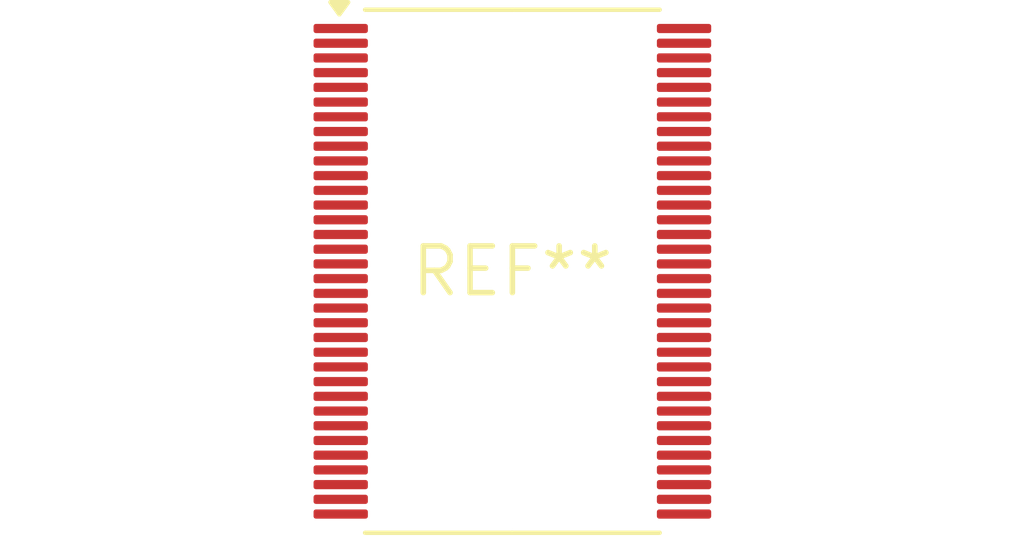
<source format=kicad_pcb>
(kicad_pcb (version 20240108) (generator pcbnew)
  (layers (0 "F.Cu" signal) (31 "B.Cu" signal) (34 "B.Paste" user) (35 "F.Paste" user) (36 "B.SilkS" user "B.Silkscreen") (37 "F.SilkS" user "F.Silkscreen") (38 "B.Mask" user) (39 "F.Mask" user) (44 "Edge.Cuts" user))
  (net 0 "")
  (footprint "TSSOP-68_8x14mm_P0.4mm" (layer "F.Cu") (at 0 0)
    (property "Reference" "REF**")
    (property "Value" "TSSOP-68_8x14mm_P0.4mm")
    (fp_line (start 0 -7.11) (end -4 -7.11) (layer "F.SilkS") (stroke (width 0.12)))
    (fp_line (start 0 -7.11) (end 4 -7.11) (layer "F.SilkS") (stroke (width 0.12)))
    (fp_line (start 0 7.11) (end -4 7.11) (layer "F.SilkS") (stroke (width 0.12)))
    (fp_line (start 0 7.11) (end 4 7.11) (layer "F.SilkS") (stroke (width 0.12)))
    (fp_poly (pts (xy -4.7 -6.985) (xy -4.94 -7.315) (xy -4.46 -7.315) (xy -4.7 -6.985)) (layer "F.SilkS") (stroke (width 0.12)) (fill solid))
    (pad "1" smd roundrect (at -4.6625 -6.6) (size 1.475 0.25) (layers "F.Cu" "F.Paste" "F.Mask"))
    (pad "2" smd roundrect (at -4.6625 -6.2) (size 1.475 0.25) (layers "F.Cu" "F.Paste" "F.Mask"))
    (pad "3" smd roundrect (at -4.6625 -5.8) (size 1.475 0.25) (layers "F.Cu" "F.Paste" "F.Mask"))
    (pad "4" smd roundrect (at -4.6625 -5.4) (size 1.475 0.25) (layers "F.Cu" "F.Paste" "F.Mask"))
    (pad "5" smd roundrect (at -4.6625 -5) (size 1.475 0.25) (layers "F.Cu" "F.Paste" "F.Mask"))
    (pad "6" smd roundrect (at -4.6625 -4.6) (size 1.475 0.25) (layers "F.Cu" "F.Paste" "F.Mask"))
    (pad "7" smd roundrect (at -4.6625 -4.2) (size 1.475 0.25) (layers "F.Cu" "F.Paste" "F.Mask"))
    (pad "8" smd roundrect (at -4.6625 -3.8) (size 1.475 0.25) (layers "F.Cu" "F.Paste" "F.Mask"))
    (pad "9" smd roundrect (at -4.6625 -3.4) (size 1.475 0.25) (layers "F.Cu" "F.Paste" "F.Mask"))
    (pad "10" smd roundrect (at -4.6625 -3) (size 1.475 0.25) (layers "F.Cu" "F.Paste" "F.Mask"))
    (pad "11" smd roundrect (at -4.6625 -2.6) (size 1.475 0.25) (layers "F.Cu" "F.Paste" "F.Mask"))
    (pad "12" smd roundrect (at -4.6625 -2.2) (size 1.475 0.25) (layers "F.Cu" "F.Paste" "F.Mask"))
    (pad "13" smd roundrect (at -4.6625 -1.8) (size 1.475 0.25) (layers "F.Cu" "F.Paste" "F.Mask"))
    (pad "14" smd roundrect (at -4.6625 -1.4) (size 1.475 0.25) (layers "F.Cu" "F.Paste" "F.Mask"))
    (pad "15" smd roundrect (at -4.6625 -1) (size 1.475 0.25) (layers "F.Cu" "F.Paste" "F.Mask"))
    (pad "16" smd roundrect (at -4.6625 -0.6) (size 1.475 0.25) (layers "F.Cu" "F.Paste" "F.Mask"))
    (pad "17" smd roundrect (at -4.6625 -0.2) (size 1.475 0.25) (layers "F.Cu" "F.Paste" "F.Mask"))
    (pad "18" smd roundrect (at -4.6625 0.2) (size 1.475 0.25) (layers "F.Cu" "F.Paste" "F.Mask"))
    (pad "19" smd roundrect (at -4.6625 0.6) (size 1.475 0.25) (layers "F.Cu" "F.Paste" "F.Mask"))
    (pad "20" smd roundrect (at -4.6625 1) (size 1.475 0.25) (layers "F.Cu" "F.Paste" "F.Mask"))
    (pad "21" smd roundrect (at -4.6625 1.4) (size 1.475 0.25) (layers "F.Cu" "F.Paste" "F.Mask"))
    (pad "22" smd roundrect (at -4.6625 1.8) (size 1.475 0.25) (layers "F.Cu" "F.Paste" "F.Mask"))
    (pad "23" smd roundrect (at -4.6625 2.2) (size 1.475 0.25) (layers "F.Cu" "F.Paste" "F.Mask"))
    (pad "24" smd roundrect (at -4.6625 2.6) (size 1.475 0.25) (layers "F.Cu" "F.Paste" "F.Mask"))
    (pad "25" smd roundrect (at -4.6625 3) (size 1.475 0.25) (layers "F.Cu" "F.Paste" "F.Mask"))
    (pad "26" smd roundrect (at -4.6625 3.4) (size 1.475 0.25) (layers "F.Cu" "F.Paste" "F.Mask"))
    (pad "27" smd roundrect (at -4.6625 3.8) (size 1.475 0.25) (layers "F.Cu" "F.Paste" "F.Mask"))
    (pad "28" smd roundrect (at -4.6625 4.2) (size 1.475 0.25) (layers "F.Cu" "F.Paste" "F.Mask"))
    (pad "29" smd roundrect (at -4.6625 4.6) (size 1.475 0.25) (layers "F.Cu" "F.Paste" "F.Mask"))
    (pad "30" smd roundrect (at -4.6625 5) (size 1.475 0.25) (layers "F.Cu" "F.Paste" "F.Mask"))
    (pad "31" smd roundrect (at -4.6625 5.4) (size 1.475 0.25) (layers "F.Cu" "F.Paste" "F.Mask"))
    (pad "32" smd roundrect (at -4.6625 5.8) (size 1.475 0.25) (layers "F.Cu" "F.Paste" "F.Mask"))
    (pad "33" smd roundrect (at -4.6625 6.2) (size 1.475 0.25) (layers "F.Cu" "F.Paste" "F.Mask"))
    (pad "34" smd roundrect (at -4.6625 6.6) (size 1.475 0.25) (layers "F.Cu" "F.Paste" "F.Mask"))
    (pad "35" smd roundrect (at 4.6625 6.6) (size 1.475 0.25) (layers "F.Cu" "F.Paste" "F.Mask"))
    (pad "36" smd roundrect (at 4.6625 6.2) (size 1.475 0.25) (layers "F.Cu" "F.Paste" "F.Mask"))
    (pad "37" smd roundrect (at 4.6625 5.8) (size 1.475 0.25) (layers "F.Cu" "F.Paste" "F.Mask"))
    (pad "38" smd roundrect (at 4.6625 5.4) (size 1.475 0.25) (layers "F.Cu" "F.Paste" "F.Mask"))
    (pad "39" smd roundrect (at 4.6625 5) (size 1.475 0.25) (layers "F.Cu" "F.Paste" "F.Mask"))
    (pad "40" smd roundrect (at 4.6625 4.6) (size 1.475 0.25) (layers "F.Cu" "F.Paste" "F.Mask"))
    (pad "41" smd roundrect (at 4.6625 4.2) (size 1.475 0.25) (layers "F.Cu" "F.Paste" "F.Mask"))
    (pad "42" smd roundrect (at 4.6625 3.8) (size 1.475 0.25) (layers "F.Cu" "F.Paste" "F.Mask"))
    (pad "43" smd roundrect (at 4.6625 3.4) (size 1.475 0.25) (layers "F.Cu" "F.Paste" "F.Mask"))
    (pad "44" smd roundrect (at 4.6625 3) (size 1.475 0.25) (layers "F.Cu" "F.Paste" "F.Mask"))
    (pad "45" smd roundrect (at 4.6625 2.6) (size 1.475 0.25) (layers "F.Cu" "F.Paste" "F.Mask"))
    (pad "46" smd roundrect (at 4.6625 2.2) (size 1.475 0.25) (layers "F.Cu" "F.Paste" "F.Mask"))
    (pad "47" smd roundrect (at 4.6625 1.8) (size 1.475 0.25) (layers "F.Cu" "F.Paste" "F.Mask"))
    (pad "48" smd roundrect (at 4.6625 1.4) (size 1.475 0.25) (layers "F.Cu" "F.Paste" "F.Mask"))
    (pad "49" smd roundrect (at 4.6625 1) (size 1.475 0.25) (layers "F.Cu" "F.Paste" "F.Mask"))
    (pad "50" smd roundrect (at 4.6625 0.6) (size 1.475 0.25) (layers "F.Cu" "F.Paste" "F.Mask"))
    (pad "51" smd roundrect (at 4.6625 0.2) (size 1.475 0.25) (layers "F.Cu" "F.Paste" "F.Mask"))
    (pad "52" smd roundrect (at 4.6625 -0.2) (size 1.475 0.25) (layers "F.Cu" "F.Paste" "F.Mask"))
    (pad "53" smd roundrect (at 4.6625 -0.6) (size 1.475 0.25) (layers "F.Cu" "F.Paste" "F.Mask"))
    (pad "54" smd roundrect (at 4.6625 -1) (size 1.475 0.25) (layers "F.Cu" "F.Paste" "F.Mask"))
    (pad "55" smd roundrect (at 4.6625 -1.4) (size 1.475 0.25) (layers "F.Cu" "F.Paste" "F.Mask"))
    (pad "56" smd roundrect (at 4.6625 -1.8) (size 1.475 0.25) (layers "F.Cu" "F.Paste" "F.Mask"))
    (pad "57" smd roundrect (at 4.6625 -2.2) (size 1.475 0.25) (layers "F.Cu" "F.Paste" "F.Mask"))
    (pad "58" smd roundrect (at 4.6625 -2.6) (size 1.475 0.25) (layers "F.Cu" "F.Paste" "F.Mask"))
    (pad "59" smd roundrect (at 4.6625 -3) (size 1.475 0.25) (layers "F.Cu" "F.Paste" "F.Mask"))
    (pad "60" smd roundrect (at 4.6625 -3.4) (size 1.475 0.25) (layers "F.Cu" "F.Paste" "F.Mask"))
    (pad "61" smd roundrect (at 4.6625 -3.8) (size 1.475 0.25) (layers "F.Cu" "F.Paste" "F.Mask"))
    (pad "62" smd roundrect (at 4.6625 -4.2) (size 1.475 0.25) (layers "F.Cu" "F.Paste" "F.Mask"))
    (pad "63" smd roundrect (at 4.6625 -4.6) (size 1.475 0.25) (layers "F.Cu" "F.Paste" "F.Mask"))
    (pad "64" smd roundrect (at 4.6625 -5) (size 1.475 0.25) (layers "F.Cu" "F.Paste" "F.Mask"))
    (pad "65" smd roundrect (at 4.6625 -5.4) (size 1.475 0.25) (layers "F.Cu" "F.Paste" "F.Mask"))
    (pad "66" smd roundrect (at 4.6625 -5.8) (size 1.475 0.25) (layers "F.Cu" "F.Paste" "F.Mask"))
    (pad "67" smd roundrect (at 4.6625 -6.2) (size 1.475 0.25) (layers "F.Cu" "F.Paste" "F.Mask"))
    (pad "68" smd roundrect (at 4.6625 -6.6) (size 1.475 0.25) (layers "F.Cu" "F.Paste" "F.Mask"))
  )
)
</source>
